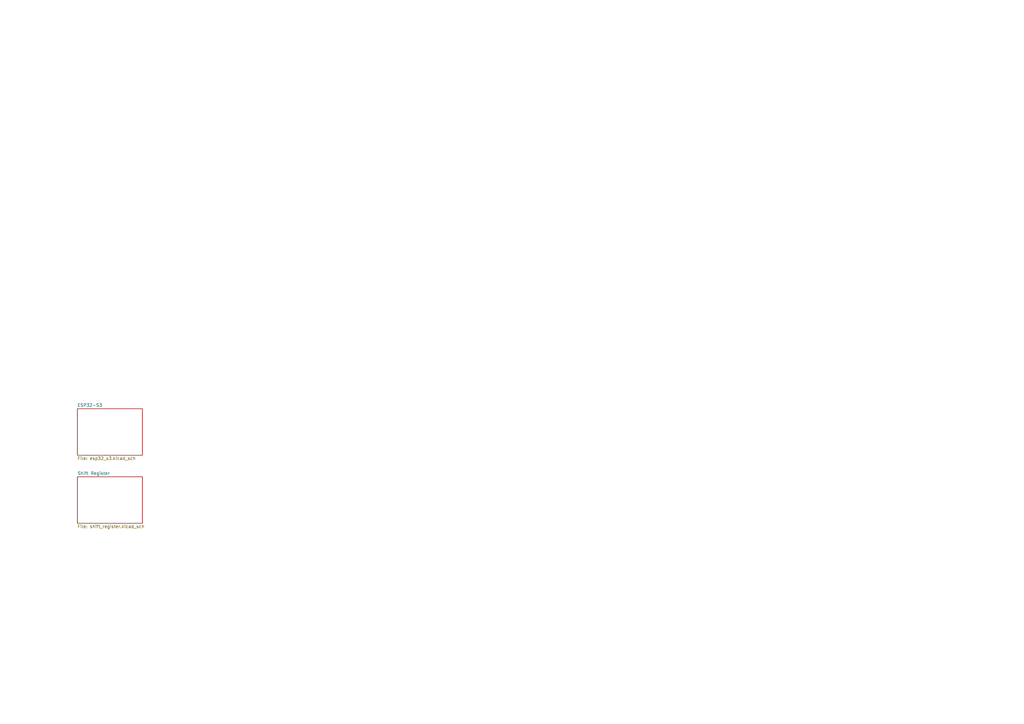
<source format=kicad_sch>
(kicad_sch
	(version 20250114)
	(generator "eeschema")
	(generator_version "9.0")
	(uuid "8a94cea8-93b7-482c-bb6b-daa13c735e50")
	(paper "A3")
	(title_block
		(title "FIFO Board Indicator")
		(date "2026-01-16")
		(rev "0")
	)
	(lib_symbols)
	(sheet
		(at 31.75 167.64)
		(size 26.67 19.05)
		(exclude_from_sim no)
		(in_bom yes)
		(on_board yes)
		(dnp no)
		(fields_autoplaced yes)
		(stroke
			(width 0.1524)
			(type solid)
		)
		(fill
			(color 0 0 0 0.0000)
		)
		(uuid "5adab415-5d02-4004-99cb-b65468ed6387")
		(property "Sheetname" "ESP32-S3"
			(at 31.75 166.9284 0)
			(effects
				(font
					(size 1.27 1.27)
				)
				(justify left bottom)
			)
		)
		(property "Sheetfile" "esp32_s3.kicad_sch"
			(at 31.75 187.2746 0)
			(effects
				(font
					(size 1.27 1.27)
				)
				(justify left top)
			)
		)
		(instances
			(project "fbi"
				(path "/8a94cea8-93b7-482c-bb6b-daa13c735e50"
					(page "3")
				)
			)
		)
	)
	(sheet
		(at 31.75 195.58)
		(size 26.67 19.05)
		(exclude_from_sim no)
		(in_bom yes)
		(on_board yes)
		(dnp no)
		(fields_autoplaced yes)
		(stroke
			(width 0.1524)
			(type solid)
		)
		(fill
			(color 0 0 0 0.0000)
		)
		(uuid "dfd1d0eb-bf3a-43d1-b673-cd8f75111fe3")
		(property "Sheetname" "Shift Register"
			(at 31.75 194.8684 0)
			(effects
				(font
					(size 1.27 1.27)
				)
				(justify left bottom)
			)
		)
		(property "Sheetfile" "shift_register.kicad_sch"
			(at 31.75 215.2146 0)
			(effects
				(font
					(size 1.27 1.27)
				)
				(justify left top)
			)
		)
		(instances
			(project "fbi"
				(path "/8a94cea8-93b7-482c-bb6b-daa13c735e50"
					(page "2")
				)
			)
		)
	)
	(sheet_instances
		(path "/"
			(page "1")
		)
	)
	(embedded_fonts no)
)

</source>
